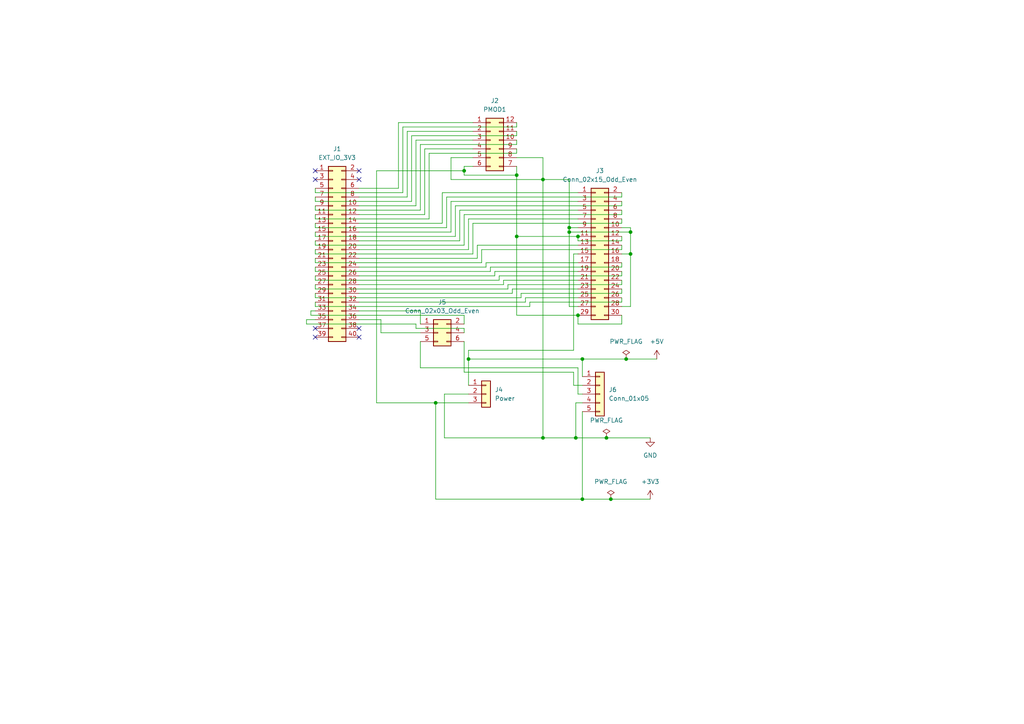
<source format=kicad_sch>
(kicad_sch (version 20211123) (generator eeschema)
  (paper "A4")
  (lib_symbols
    (symbol "Connector_Generic:Conn_01x03" (pin_names (offset 1.016) hide)
      (property "Reference" "J" (at 0 5.08 0))
      (property "Value" "Conn_01x03" (at 0 -5.08 0))
      (symbol "Conn_01x03_1_1"
        (rectangle (start -1.27 -2.413) (end 0 -2.667) (stroke (width 0.1524)))
        (rectangle (start -1.27 0.127) (end 0 -0.127) (stroke (width 0.1524)))
        (rectangle (start -1.27 2.667) (end 0 2.413) (stroke (width 0.1524)))
        (rectangle (start -1.27 3.81) (end 1.27 -3.81) (stroke (width 0.254)) (fill (type background)))
        (pin passive line (at -5.08 2.54 0) (length 3.81) (name "Pin_1") (number "1") (alternate "" input line) (alternate "" input line))
        (pin passive line (at -5.08 0 0) (length 3.81) (name "Pin_2") (number "2"))
        (pin passive line (at -5.08 -2.54 0) (length 3.81) (name "Pin_3") (number "3"))
      )
    )
    (symbol "Connector_Generic:Conn_01x05" (pin_names (offset 1.016) hide)
      (property "Reference" "J" (at 0 7.62 0))
      (property "Value" "Conn_01x05" (at 0 -7.62 0))
      (symbol "Conn_01x05_1_1"
        (rectangle (start -1.27 -4.953) (end 0 -5.207) (stroke (width 0.1524)))
        (rectangle (start -1.27 -2.413) (end 0 -2.667) (stroke (width 0.1524)))
        (rectangle (start -1.27 0.127) (end 0 -0.127) (stroke (width 0.1524)))
        (rectangle (start -1.27 2.667) (end 0 2.413) (stroke (width 0.1524)))
        (rectangle (start -1.27 5.207) (end 0 4.953) (stroke (width 0.1524)))
        (rectangle (start -1.27 6.35) (end 1.27 -6.35) (stroke (width 0.254)) (fill (type background)))
        (pin passive line (at -5.08 5.08 0) (length 3.81) (name "Pin_1") (number "1"))
        (pin passive line (at -5.08 2.54 0) (length 3.81) (name "Pin_2") (number "2"))
        (pin passive line (at -5.08 0 0) (length 3.81) (name "Pin_3") (number "3"))
        (pin passive line (at -5.08 -2.54 0) (length 3.81) (name "Pin_4") (number "4"))
        (pin passive line (at -5.08 -5.08 0) (length 3.81) (name "Pin_5") (number "5"))
      )
    )
    (symbol "Connector_Generic:Conn_02x03_Odd_Even" (pin_names (offset 1.016) hide)
      (property "Reference" "J" (at 1.27 5.08 0))
      (property "Value" "Conn_02x03_Odd_Even" (at 1.27 -5.08 0))
      (symbol "Conn_02x03_Odd_Even_1_1"
        (rectangle (start -1.27 -2.413) (end 0 -2.667) (stroke (width 0.1524)))
        (rectangle (start -1.27 0.127) (end 0 -0.127) (stroke (width 0.1524)))
        (rectangle (start -1.27 2.667) (end 0 2.413) (stroke (width 0.1524)))
        (rectangle (start -1.27 3.81) (end 3.81 -3.81) (stroke (width 0.254)) (fill (type background)))
        (rectangle (start 3.81 -2.413) (end 2.54 -2.667) (stroke (width 0.1524)))
        (rectangle (start 3.81 0.127) (end 2.54 -0.127) (stroke (width 0.1524)))
        (rectangle (start 3.81 2.667) (end 2.54 2.413) (stroke (width 0.1524)))
        (pin passive line (at -5.08 2.54 0) (length 3.81) (name "Pin_1") (number "1"))
        (pin passive line (at 7.62 2.54 180) (length 3.81) (name "Pin_2") (number "2"))
        (pin passive line (at -5.08 0 0) (length 3.81) (name "Pin_3") (number "3"))
        (pin passive line (at 7.62 0 180) (length 3.81) (name "Pin_4") (number "4"))
        (pin passive line (at -5.08 -2.54 0) (length 3.81) (name "Pin_5") (number "5"))
        (pin passive line (at 7.62 -2.54 180) (length 3.81) (name "Pin_6") (number "6"))
      )
    )
    (symbol "Connector_Generic:Conn_02x06_Counter_Clockwise" (pin_names (offset 1.016) hide)
      (property "Reference" "J" (at 1.27 7.62 0))
      (property "Value" "Conn_02x06_Counter_Clockwise" (at 1.27 -10.16 0))
      (symbol "Conn_02x06_Counter_Clockwise_1_1"
        (rectangle (start -1.27 -7.493) (end 0 -7.747) (stroke (width 0.1524)))
        (rectangle (start -1.27 -4.953) (end 0 -5.207) (stroke (width 0.1524)))
        (rectangle (start -1.27 -2.413) (end 0 -2.667) (stroke (width 0.1524)))
        (rectangle (start -1.27 0.127) (end 0 -0.127) (stroke (width 0.1524)))
        (rectangle (start -1.27 2.667) (end 0 2.413) (stroke (width 0.1524)))
        (rectangle (start -1.27 5.207) (end 0 4.953) (stroke (width 0.1524)))
        (rectangle (start -1.27 6.35) (end 3.81 -8.89) (stroke (width 0.254)) (fill (type background)))
        (rectangle (start 3.81 -7.493) (end 2.54 -7.747) (stroke (width 0.1524)))
        (rectangle (start 3.81 -4.953) (end 2.54 -5.207) (stroke (width 0.1524)))
        (rectangle (start 3.81 -2.413) (end 2.54 -2.667) (stroke (width 0.1524)))
        (rectangle (start 3.81 0.127) (end 2.54 -0.127) (stroke (width 0.1524)))
        (rectangle (start 3.81 2.667) (end 2.54 2.413) (stroke (width 0.1524)))
        (rectangle (start 3.81 5.207) (end 2.54 4.953) (stroke (width 0.1524)))
        (pin passive line (at -5.08 5.08 0) (length 3.81) (name "Pin_1") (number "1"))
        (pin passive line (at 7.62 0 180) (length 3.81) (name "Pin_10") (number "10"))
        (pin passive line (at 7.62 2.54 180) (length 3.81) (name "Pin_11") (number "11"))
        (pin passive line (at 7.62 5.08 180) (length 3.81) (name "Pin_12") (number "12"))
        (pin passive line (at -5.08 2.54 0) (length 3.81) (name "Pin_2") (number "2"))
        (pin passive line (at -5.08 0 0) (length 3.81) (name "Pin_3") (number "3"))
        (pin passive line (at -5.08 -2.54 0) (length 3.81) (name "Pin_4") (number "4"))
        (pin passive line (at -5.08 -5.08 0) (length 3.81) (name "Pin_5") (number "5"))
        (pin passive line (at -5.08 -7.62 0) (length 3.81) (name "Pin_6") (number "6"))
        (pin passive line (at 7.62 -7.62 180) (length 3.81) (name "Pin_7") (number "7"))
        (pin passive line (at 7.62 -5.08 180) (length 3.81) (name "Pin_8") (number "8"))
        (pin passive line (at 7.62 -2.54 180) (length 3.81) (name "Pin_9") (number "9"))
      )
    )
    (symbol "Connector_Generic:Conn_02x15_Odd_Even" (pin_names (offset 1.016) hide)
      (property "Reference" "J" (at 1.27 20.32 0))
      (property "Value" "Conn_02x15_Odd_Even" (at 1.27 -20.32 0))
      (symbol "Conn_02x15_Odd_Even_1_1"
        (rectangle (start -1.27 -17.653) (end 0 -17.907) (stroke (width 0.1524)))
        (rectangle (start -1.27 -15.113) (end 0 -15.367) (stroke (width 0.1524)))
        (rectangle (start -1.27 -12.573) (end 0 -12.827) (stroke (width 0.1524)))
        (rectangle (start -1.27 -10.033) (end 0 -10.287) (stroke (width 0.1524)))
        (rectangle (start -1.27 -7.493) (end 0 -7.747) (stroke (width 0.1524)))
        (rectangle (start -1.27 -4.953) (end 0 -5.207) (stroke (width 0.1524)))
        (rectangle (start -1.27 -2.413) (end 0 -2.667) (stroke (width 0.1524)))
        (rectangle (start -1.27 0.127) (end 0 -0.127) (stroke (width 0.1524)))
        (rectangle (start -1.27 2.667) (end 0 2.413) (stroke (width 0.1524)))
        (rectangle (start -1.27 5.207) (end 0 4.953) (stroke (width 0.1524)))
        (rectangle (start -1.27 7.747) (end 0 7.493) (stroke (width 0.1524)))
        (rectangle (start -1.27 10.287) (end 0 10.033) (stroke (width 0.1524)))
        (rectangle (start -1.27 12.827) (end 0 12.573) (stroke (width 0.1524)))
        (rectangle (start -1.27 15.367) (end 0 15.113) (stroke (width 0.1524)))
        (rectangle (start -1.27 17.907) (end 0 17.653) (stroke (width 0.1524)))
        (rectangle (start -1.27 19.05) (end 3.81 -19.05) (stroke (width 0.254)) (fill (type background)))
        (rectangle (start 3.81 -17.653) (end 2.54 -17.907) (stroke (width 0.1524)))
        (rectangle (start 3.81 -15.113) (end 2.54 -15.367) (stroke (width 0.1524)))
        (rectangle (start 3.81 -12.573) (end 2.54 -12.827) (stroke (width 0.1524)))
        (rectangle (start 3.81 -10.033) (end 2.54 -10.287) (stroke (width 0.1524)))
        (rectangle (start 3.81 -7.493) (end 2.54 -7.747) (stroke (width 0.1524)))
        (rectangle (start 3.81 -4.953) (end 2.54 -5.207) (stroke (width 0.1524)))
        (rectangle (start 3.81 -2.413) (end 2.54 -2.667) (stroke (width 0.1524)))
        (rectangle (start 3.81 0.127) (end 2.54 -0.127) (stroke (width 0.1524)))
        (rectangle (start 3.81 2.667) (end 2.54 2.413) (stroke (width 0.1524)))
        (rectangle (start 3.81 5.207) (end 2.54 4.953) (stroke (width 0.1524)))
        (rectangle (start 3.81 7.747) (end 2.54 7.493) (stroke (width 0.1524)))
        (rectangle (start 3.81 10.287) (end 2.54 10.033) (stroke (width 0.1524)))
        (rectangle (start 3.81 12.827) (end 2.54 12.573) (stroke (width 0.1524)))
        (rectangle (start 3.81 15.367) (end 2.54 15.113) (stroke (width 0.1524)))
        (rectangle (start 3.81 17.907) (end 2.54 17.653) (stroke (width 0.1524)))
        (pin passive line (at -5.08 17.78 0) (length 3.81) (name "Pin_1") (number "1"))
        (pin passive line (at 7.62 7.62 180) (length 3.81) (name "Pin_10") (number "10"))
        (pin passive line (at -5.08 5.08 0) (length 3.81) (name "Pin_11") (number "11"))
        (pin passive line (at 7.62 5.08 180) (length 3.81) (name "Pin_12") (number "12"))
        (pin passive line (at -5.08 2.54 0) (length 3.81) (name "Pin_13") (number "13"))
        (pin passive line (at 7.62 2.54 180) (length 3.81) (name "Pin_14") (number "14"))
        (pin passive line (at -5.08 0 0) (length 3.81) (name "Pin_15") (number "15"))
        (pin passive line (at 7.62 0 180) (length 3.81) (name "Pin_16") (number "16"))
        (pin passive line (at -5.08 -2.54 0) (length 3.81) (name "Pin_17") (number "17"))
        (pin passive line (at 7.62 -2.54 180) (length 3.81) (name "Pin_18") (number "18"))
        (pin passive line (at -5.08 -5.08 0) (length 3.81) (name "Pin_19") (number "19"))
        (pin passive line (at 7.62 17.78 180) (length 3.81) (name "Pin_2") (number "2"))
        (pin passive line (at 7.62 -5.08 180) (length 3.81) (name "Pin_20") (number "20"))
        (pin passive line (at -5.08 -7.62 0) (length 3.81) (name "Pin_21") (number "21"))
        (pin passive line (at 7.62 -7.62 180) (length 3.81) (name "Pin_22") (number "22"))
        (pin passive line (at -5.08 -10.16 0) (length 3.81) (name "Pin_23") (number "23"))
        (pin passive line (at 7.62 -10.16 180) (length 3.81) (name "Pin_24") (number "24"))
        (pin passive line (at -5.08 -12.7 0) (length 3.81) (name "Pin_25") (number "25"))
        (pin passive line (at 7.62 -12.7 180) (length 3.81) (name "Pin_26") (number "26"))
        (pin passive line (at -5.08 -15.24 0) (length 3.81) (name "Pin_27") (number "27"))
        (pin passive line (at 7.62 -15.24 180) (length 3.81) (name "Pin_28") (number "28"))
        (pin passive line (at -5.08 -17.78 0) (length 3.81) (name "Pin_29") (number "29"))
        (pin passive line (at -5.08 15.24 0) (length 3.81) (name "Pin_3") (number "3"))
        (pin passive line (at 7.62 -17.78 180) (length 3.81) (name "Pin_30") (number "30"))
        (pin passive line (at 7.62 15.24 180) (length 3.81) (name "Pin_4") (number "4"))
        (pin passive line (at -5.08 12.7 0) (length 3.81) (name "Pin_5") (number "5"))
        (pin passive line (at 7.62 12.7 180) (length 3.81) (name "Pin_6") (number "6"))
        (pin passive line (at -5.08 10.16 0) (length 3.81) (name "Pin_7") (number "7"))
        (pin passive line (at 7.62 10.16 180) (length 3.81) (name "Pin_8") (number "8"))
        (pin passive line (at -5.08 7.62 0) (length 3.81) (name "Pin_9") (number "9"))
      )
    )
    (symbol "Connector_Generic:Conn_02x20_Odd_Even" (pin_names (offset 1.016) hide)
      (property "Reference" "J" (at 1.27 25.4 0))
      (property "Value" "Conn_02x20_Odd_Even" (at 1.27 -27.94 0))
      (symbol "Conn_02x20_Odd_Even_1_1"
        (rectangle (start -1.27 -25.273) (end 0 -25.527) (stroke (width 0.1524)))
        (rectangle (start -1.27 -22.733) (end 0 -22.987) (stroke (width 0.1524)))
        (rectangle (start -1.27 -20.193) (end 0 -20.447) (stroke (width 0.1524)))
        (rectangle (start -1.27 -17.653) (end 0 -17.907) (stroke (width 0.1524)))
        (rectangle (start -1.27 -15.113) (end 0 -15.367) (stroke (width 0.1524)))
        (rectangle (start -1.27 -12.573) (end 0 -12.827) (stroke (width 0.1524)))
        (rectangle (start -1.27 -10.033) (end 0 -10.287) (stroke (width 0.1524)))
        (rectangle (start -1.27 -7.493) (end 0 -7.747) (stroke (width 0.1524)))
        (rectangle (start -1.27 -4.953) (end 0 -5.207) (stroke (width 0.1524)))
        (rectangle (start -1.27 -2.413) (end 0 -2.667) (stroke (width 0.1524)))
        (rectangle (start -1.27 0.127) (end 0 -0.127) (stroke (width 0.1524)))
        (rectangle (start -1.27 2.667) (end 0 2.413) (stroke (width 0.1524)))
        (rectangle (start -1.27 5.207) (end 0 4.953) (stroke (width 0.1524)))
        (rectangle (start -1.27 7.747) (end 0 7.493) (stroke (width 0.1524)))
        (rectangle (start -1.27 10.287) (end 0 10.033) (stroke (width 0.1524)))
        (rectangle (start -1.27 12.827) (end 0 12.573) (stroke (width 0.1524)))
        (rectangle (start -1.27 15.367) (end 0 15.113) (stroke (width 0.1524)))
        (rectangle (start -1.27 17.907) (end 0 17.653) (stroke (width 0.1524)))
        (rectangle (start -1.27 20.447) (end 0 20.193) (stroke (width 0.1524)))
        (rectangle (start -1.27 22.987) (end 0 22.733) (stroke (width 0.1524)))
        (rectangle (start -1.27 24.13) (end 3.81 -26.67) (stroke (width 0.254)) (fill (type background)))
        (rectangle (start 3.81 -25.273) (end 2.54 -25.527) (stroke (width 0.1524)))
        (rectangle (start 3.81 -22.733) (end 2.54 -22.987) (stroke (width 0.1524)))
        (rectangle (start 3.81 -20.193) (end 2.54 -20.447) (stroke (width 0.1524)))
        (rectangle (start 3.81 -17.653) (end 2.54 -17.907) (stroke (width 0.1524)))
        (rectangle (start 3.81 -15.113) (end 2.54 -15.367) (stroke (width 0.1524)))
        (rectangle (start 3.81 -12.573) (end 2.54 -12.827) (stroke (width 0.1524)))
        (rectangle (start 3.81 -10.033) (end 2.54 -10.287) (stroke (width 0.1524)))
        (rectangle (start 3.81 -7.493) (end 2.54 -7.747) (stroke (width 0.1524)))
        (rectangle (start 3.81 -4.953) (end 2.54 -5.207) (stroke (width 0.1524)))
        (rectangle (start 3.81 -2.413) (end 2.54 -2.667) (stroke (width 0.1524)))
        (rectangle (start 3.81 0.127) (end 2.54 -0.127) (stroke (width 0.1524)))
        (rectangle (start 3.81 2.667) (end 2.54 2.413) (stroke (width 0.1524)))
        (rectangle (start 3.81 5.207) (end 2.54 4.953) (stroke (width 0.1524)))
        (rectangle (start 3.81 7.747) (end 2.54 7.493) (stroke (width 0.1524)))
        (rectangle (start 3.81 10.287) (end 2.54 10.033) (stroke (width 0.1524)))
        (rectangle (start 3.81 12.827) (end 2.54 12.573) (stroke (width 0.1524)))
        (rectangle (start 3.81 15.367) (end 2.54 15.113) (stroke (width 0.1524)))
        (rectangle (start 3.81 17.907) (end 2.54 17.653) (stroke (width 0.1524)))
        (rectangle (start 3.81 20.447) (end 2.54 20.193) (stroke (width 0.1524)))
        (rectangle (start 3.81 22.987) (end 2.54 22.733) (stroke (width 0.1524)))
        (pin passive line (at -5.08 22.86 0) (length 3.81) (name "Pin_1") (number "1"))
        (pin passive line (at 7.62 12.7 180) (length 3.81) (name "Pin_10") (number "10"))
        (pin passive line (at -5.08 10.16 0) (length 3.81) (name "Pin_11") (number "11"))
        (pin passive line (at 7.62 10.16 180) (length 3.81) (name "Pin_12") (number "12"))
        (pin passive line (at -5.08 7.62 0) (length 3.81) (name "Pin_13") (number "13"))
        (pin passive line (at 7.62 7.62 180) (length 3.81) (name "Pin_14") (number "14"))
        (pin passive line (at -5.08 5.08 0) (length 3.81) (name "Pin_15") (number "15"))
        (pin passive line (at 7.62 5.08 180) (length 3.81) (name "Pin_16") (number "16"))
        (pin passive line (at -5.08 2.54 0) (length 3.81) (name "Pin_17") (number "17"))
        (pin passive line (at 7.62 2.54 180) (length 3.81) (name "Pin_18") (number "18"))
        (pin passive line (at -5.08 0 0) (length 3.81) (name "Pin_19") (number "19"))
        (pin passive line (at 7.62 22.86 180) (length 3.81) (name "Pin_2") (number "2"))
        (pin passive line (at 7.62 0 180) (length 3.81) (name "Pin_20") (number "20"))
        (pin passive line (at -5.08 -2.54 0) (length 3.81) (name "Pin_21") (number "21"))
        (pin passive line (at 7.62 -2.54 180) (length 3.81) (name "Pin_22") (number "22"))
        (pin passive line (at -5.08 -5.08 0) (length 3.81) (name "Pin_23") (number "23"))
        (pin passive line (at 7.62 -5.08 180) (length 3.81) (name "Pin_24") (number "24"))
        (pin passive line (at -5.08 -7.62 0) (length 3.81) (name "Pin_25") (number "25"))
        (pin passive line (at 7.62 -7.62 180) (length 3.81) (name "Pin_26") (number "26"))
        (pin passive line (at -5.08 -10.16 0) (length 3.81) (name "Pin_27") (number "27"))
        (pin passive line (at 7.62 -10.16 180) (length 3.81) (name "Pin_28") (number "28"))
        (pin passive line (at -5.08 -12.7 0) (length 3.81) (name "Pin_29") (number "29"))
        (pin passive line (at -5.08 20.32 0) (length 3.81) (name "Pin_3") (number "3"))
        (pin passive line (at 7.62 -12.7 180) (length 3.81) (name "Pin_30") (number "30"))
        (pin passive line (at -5.08 -15.24 0) (length 3.81) (name "Pin_31") (number "31"))
        (pin passive line (at 7.62 -15.24 180) (length 3.81) (name "Pin_32") (number "32"))
        (pin passive line (at -5.08 -17.78 0) (length 3.81) (name "Pin_33") (number "33"))
        (pin passive line (at 7.62 -17.78 180) (length 3.81) (name "Pin_34") (number "34"))
        (pin passive line (at -5.08 -20.32 0) (length 3.81) (name "Pin_35") (number "35"))
        (pin passive line (at 7.62 -20.32 180) (length 3.81) (name "Pin_36") (number "36"))
        (pin passive line (at -5.08 -22.86 0) (length 3.81) (name "Pin_37") (number "37"))
        (pin passive line (at 7.62 -22.86 180) (length 3.81) (name "Pin_38") (number "38"))
        (pin passive line (at -5.08 -25.4 0) (length 3.81) (name "Pin_39") (number "39"))
        (pin passive line (at 7.62 20.32 180) (length 3.81) (name "Pin_4") (number "4"))
        (pin passive line (at 7.62 -25.4 180) (length 3.81) (name "Pin_40") (number "40"))
        (pin passive line (at -5.08 17.78 0) (length 3.81) (name "Pin_5") (number "5"))
        (pin passive line (at 7.62 17.78 180) (length 3.81) (name "Pin_6") (number "6"))
        (pin passive line (at -5.08 15.24 0) (length 3.81) (name "Pin_7") (number "7"))
        (pin passive line (at 7.62 15.24 180) (length 3.81) (name "Pin_8") (number "8"))
        (pin passive line (at -5.08 12.7 0) (length 3.81) (name "Pin_9") (number "9"))
      )
    )
    (symbol "power:+3.3V" (power) (pin_names (offset 0))
      (property "Value" "+3.3V" (at 0 3.556 0))
      (symbol "+3.3V_0_1"
        (polyline (pts (xy -0.762 1.27) (xy 0 2.54)))
        (polyline (pts (xy 0 0) (xy 0 2.54)))
        (polyline (pts (xy 0 2.54) (xy 0.762 1.27)))
      )
      (symbol "+3.3V_1_1"
        (pin power_in line (at 0 0 90) (length 0) hide (name "+3V3") (number "1"))
      )
    )
    (symbol "power:+5V" (power) (pin_names (offset 0))
      (property "Value" "+5V" (at 0 3.556 0))
      (symbol "+5V_0_1"
        (polyline (pts (xy -0.762 1.27) (xy 0 2.54)))
        (polyline (pts (xy 0 0) (xy 0 2.54)))
        (polyline (pts (xy 0 2.54) (xy 0.762 1.27)))
      )
      (symbol "+5V_1_1"
        (pin power_in line (at 0 0 90) (length 0) hide (name "+5V") (number "1"))
      )
    )
    (symbol "power:GND" (power) (pin_names (offset 0))
      (property "Value" "GND" (at 0 -3.81 0))
      (symbol "GND_0_1"
        (polyline (pts (xy 0 0) (xy 0 -1.27) (xy 1.27 -1.27) (xy 0 -2.54) (xy -1.27 -1.27) (xy 0 -1.27)))
      )
      (symbol "GND_1_1"
        (pin power_in line (at 0 0 270) (length 0) hide (name "GND") (number "1"))
      )
    )
    (symbol "power:PWR_FLAG" (power) (pin_numbers hide) (pin_names (offset 0) hide)
      (property "Value" "PWR_FLAG" (at 0 3.81 0))
      (symbol "PWR_FLAG_0_0"
        (pin power_out line (at 0 0 90) (length 0) (name "pwr") (number "1"))
      )
      (symbol "PWR_FLAG_0_1"
        (polyline (pts (xy 0 0) (xy 0 1.27) (xy -1.016 1.905) (xy 0 2.54) (xy 1.016 1.905) (xy 0 1.27)))
      )
    )
  )
  (junction (at 157.48 52.07))
  (junction (at 157.48 127))
  (junction (at 182.88 67.31))
  (junction (at 149.86 68.58))
  (junction (at 167.64 91.44))
  (junction (at 177.165 144.78))
  (junction (at 167.005 127))
  (junction (at 168.91 104.14))
  (junction (at 126.365 116.84))
  (junction (at 167.64 68.58))
  (junction (at 182.88 73.66))
  (junction (at 175.895 127))
  (junction (at 135.89 104.14))
  (junction (at 168.91 144.78))
  (junction (at 165.1 67.31))
  (junction (at 134.62 49.53))
  (junction (at 181.61 104.14))
  (junction (at 149.86 50.8))
  (junction (at 165.1 66.04))
  (no_connect (at 91.44 95.25))
  (no_connect (at 91.44 97.79))
  (no_connect (at 104.14 49.53))
  (no_connect (at 91.44 49.53))
  (no_connect (at 104.14 52.07))
  (no_connect (at 104.14 97.79))
  (no_connect (at 104.14 95.25))
  (no_connect (at 91.44 52.07))
  (wire (pts (xy 91.44 54.61) (xy 91.44 55.88)))
  (wire (pts (xy 123.19 43.18) (xy 137.16 43.18)))
  (wire (pts (xy 118.11 38.1) (xy 137.16 38.1)))
  (wire (pts (xy 104.14 67.31) (xy 130.81 67.31)))
  (wire (pts (xy 124.46 44.45) (xy 124.46 63.5)))
  (wire (pts (xy 140.97 76.2) (xy 167.64 76.2)))
  (wire (pts (xy 140.97 77.47) (xy 140.97 76.2)))
  (wire (pts (xy 152.4 87.63) (xy 152.4 86.36)))
  (wire (pts (xy 91.44 57.15) (xy 91.44 58.42)))
  (wire (pts (xy 182.88 67.31) (xy 182.88 73.66)))
  (wire (pts (xy 134.62 62.23) (xy 134.62 71.12)))
  (wire (pts (xy 119.38 39.37) (xy 119.38 58.42)))
  (wire (pts (xy 142.24 78.74) (xy 142.24 77.47)))
  (wire (pts (xy 149.86 36.83) (xy 149.86 35.56)))
  (wire (pts (xy 167.64 73.66) (xy 166.37 73.66)))
  (wire (pts (xy 165.1 67.31) (xy 165.1 88.9)))
  (wire (pts (xy 91.44 63.5) (xy 124.46 63.5)))
  (wire (pts (xy 128.905 127) (xy 157.48 127)))
  (wire (pts (xy 181.61 104.14) (xy 190.5 104.14)))
  (wire (pts (xy 157.48 45.72) (xy 157.48 52.07)))
  (wire (pts (xy 167.64 93.98) (xy 180.34 93.98)))
  (wire (pts (xy 144.78 81.28) (xy 144.78 80.01)))
  (wire (pts (xy 180.34 58.42) (xy 180.34 59.69)))
  (wire (pts (xy 166.37 111.76) (xy 168.91 111.76)))
  (wire (pts (xy 91.44 83.82) (xy 147.32 83.82)))
  (wire (pts (xy 181.61 104.14) (xy 168.91 104.14)))
  (wire (pts (xy 91.44 67.31) (xy 91.44 68.58)))
  (wire (pts (xy 116.84 36.83) (xy 116.84 55.88)))
  (wire (pts (xy 165.1 88.9) (xy 167.64 88.9)))
  (wire (pts (xy 149.86 38.1) (xy 149.86 39.37)))
  (wire (pts (xy 91.44 72.39) (xy 91.44 73.66)))
  (wire (pts (xy 180.34 80.01) (xy 180.34 78.74)))
  (wire (pts (xy 149.86 50.8) (xy 149.86 68.58)))
  (wire (pts (xy 135.89 104.14) (xy 168.91 104.14)))
  (wire (pts (xy 152.4 86.36) (xy 167.64 86.36)))
  (wire (pts (xy 153.67 87.63) (xy 180.34 87.63)))
  (wire (pts (xy 135.89 63.5) (xy 167.64 63.5)))
  (wire (pts (xy 134.62 99.06) (xy 134.62 107.95)))
  (wire (pts (xy 165.1 52.07) (xy 165.1 66.04)))
  (wire (pts (xy 134.62 49.53) (xy 134.62 48.26)))
  (wire (pts (xy 104.14 80.01) (xy 143.51 80.01)))
  (wire (pts (xy 130.81 52.07) (xy 130.81 45.72)))
  (wire (pts (xy 180.34 73.66) (xy 182.88 73.66)))
  (wire (pts (xy 104.14 90.17) (xy 121.92 90.17)))
  (wire (pts (xy 129.54 57.15) (xy 180.34 57.15)))
  (wire (pts (xy 180.34 82.55) (xy 180.34 81.28)))
  (wire (pts (xy 149.86 68.58) (xy 167.64 68.58)))
  (wire (pts (xy 149.86 45.72) (xy 157.48 45.72)))
  (wire (pts (xy 120.65 93.98) (xy 120.65 95.25)))
  (wire (pts (xy 134.62 50.8) (xy 149.86 50.8)))
  (wire (pts (xy 128.905 114.3) (xy 128.905 127)))
  (wire (pts (xy 180.34 64.77) (xy 180.34 63.5)))
  (wire (pts (xy 149.86 91.44) (xy 167.64 91.44)))
  (wire (pts (xy 167.005 127) (xy 167.005 116.84)))
  (wire (pts (xy 165.1 67.31) (xy 182.88 67.31)))
  (wire (pts (xy 91.44 87.63) (xy 91.44 88.9)))
  (wire (pts (xy 91.44 85.09) (xy 91.44 86.36)))
  (wire (pts (xy 153.67 88.9) (xy 153.67 87.63)))
  (wire (pts (xy 147.32 82.55) (xy 180.34 82.55)))
  (wire (pts (xy 109.22 116.84) (xy 126.365 116.84)))
  (wire (pts (xy 123.19 43.18) (xy 123.19 62.23)))
  (wire (pts (xy 138.43 71.12) (xy 138.43 74.93)))
  (wire (pts (xy 149.86 68.58) (xy 149.86 91.44)))
  (wire (pts (xy 168.91 144.78) (xy 126.365 144.78)))
  (wire (pts (xy 91.44 78.74) (xy 142.24 78.74)))
  (wire (pts (xy 126.365 116.84) (xy 126.365 144.78)))
  (wire (pts (xy 180.34 69.85) (xy 180.34 68.58)))
  (wire (pts (xy 120.65 40.64) (xy 120.65 59.69)))
  (wire (pts (xy 121.92 99.06) (xy 121.92 106.68)))
  (wire (pts (xy 91.44 76.2) (xy 139.7 76.2)))
  (wire (pts (xy 133.35 60.96) (xy 167.64 60.96)))
  (wire (pts (xy 121.92 41.91) (xy 121.92 60.96)))
  (wire (pts (xy 120.65 59.69) (xy 104.14 59.69)))
  (wire (pts (xy 116.84 36.83) (xy 149.86 36.83)))
  (wire (pts (xy 139.7 72.39) (xy 180.34 72.39)))
  (wire (pts (xy 104.14 69.85) (xy 133.35 69.85)))
  (wire (pts (xy 91.44 77.47) (xy 91.44 78.74)))
  (wire (pts (xy 180.34 60.96) (xy 180.34 62.23)))
  (wire (pts (xy 91.44 62.23) (xy 91.44 63.5)))
  (wire (pts (xy 121.92 41.91) (xy 149.86 41.91)))
  (wire (pts (xy 168.91 104.14) (xy 168.91 109.22)))
  (wire (pts (xy 177.165 144.78) (xy 188.595 144.78)))
  (wire (pts (xy 91.44 81.28) (xy 144.78 81.28)))
  (wire (pts (xy 128.27 64.77) (xy 104.14 64.77)))
  (wire (pts (xy 91.44 66.04) (xy 129.54 66.04)))
  (wire (pts (xy 177.165 144.78) (xy 168.91 144.78)))
  (wire (pts (xy 135.89 114.3) (xy 128.905 114.3)))
  (wire (pts (xy 115.57 35.56) (xy 115.57 54.61)))
  (wire (pts (xy 104.14 74.93) (xy 138.43 74.93)))
  (wire (pts (xy 180.34 88.9) (xy 182.88 88.9)))
  (wire (pts (xy 151.13 85.09) (xy 180.34 85.09)))
  (wire (pts (xy 166.37 73.66) (xy 166.37 101.6)))
  (wire (pts (xy 157.48 52.07) (xy 157.48 127)))
  (wire (pts (xy 91.44 60.96) (xy 121.92 60.96)))
  (wire (pts (xy 180.34 91.44) (xy 180.34 93.98)))
  (wire (pts (xy 167.64 114.3) (xy 168.91 114.3)))
  (wire (pts (xy 134.62 62.23) (xy 180.34 62.23)))
  (wire (pts (xy 149.86 48.26) (xy 149.86 50.8)))
  (wire (pts (xy 88.9 92.71) (xy 88.9 93.98)))
  (wire (pts (xy 91.44 92.71) (xy 88.9 92.71)))
  (wire (pts (xy 137.16 64.77) (xy 180.34 64.77)))
  (wire (pts (xy 142.24 77.47) (xy 180.34 77.47)))
  (wire (pts (xy 175.895 127) (xy 167.005 127)))
  (wire (pts (xy 104.14 82.55) (xy 146.05 82.55)))
  (wire (pts (xy 157.48 52.07) (xy 165.1 52.07)))
  (wire (pts (xy 110.49 92.71) (xy 110.49 96.52)))
  (wire (pts (xy 182.88 73.66) (xy 182.88 88.9)))
  (wire (pts (xy 180.34 83.82) (xy 180.34 85.09)))
  (wire (pts (xy 91.44 74.93) (xy 91.44 76.2)))
  (wire (pts (xy 167.005 116.84) (xy 168.91 116.84)))
  (wire (pts (xy 144.78 80.01) (xy 180.34 80.01)))
  (wire (pts (xy 115.57 35.56) (xy 137.16 35.56)))
  (wire (pts (xy 180.34 55.88) (xy 180.34 57.15)))
  (wire (pts (xy 130.81 45.72) (xy 137.16 45.72)))
  (wire (pts (xy 147.32 83.82) (xy 147.32 82.55)))
  (wire (pts (xy 130.81 58.42) (xy 130.81 67.31)))
  (wire (pts (xy 132.08 59.69) (xy 180.34 59.69)))
  (wire (pts (xy 180.34 66.04) (xy 182.88 66.04)))
  (wire (pts (xy 128.27 55.88) (xy 128.27 64.77)))
  (wire (pts (xy 128.27 55.88) (xy 167.64 55.88)))
  (wire (pts (xy 91.44 55.88) (xy 116.84 55.88)))
  (wire (pts (xy 104.14 62.23) (xy 123.19 62.23)))
  (wire (pts (xy 119.38 39.37) (xy 149.86 39.37)))
  (wire (pts (xy 166.37 107.95) (xy 166.37 111.76)))
  (wire (pts (xy 130.81 58.42) (xy 167.64 58.42)))
  (wire (pts (xy 134.62 107.95) (xy 166.37 107.95)))
  (wire (pts (xy 130.81 52.07) (xy 157.48 52.07)))
  (wire (pts (xy 134.62 49.53) (xy 134.62 50.8)))
  (wire (pts (xy 133.35 60.96) (xy 133.35 69.85)))
  (wire (pts (xy 91.44 64.77) (xy 91.44 66.04)))
  (wire (pts (xy 91.44 73.66) (xy 137.16 73.66)))
  (wire (pts (xy 167.64 68.58) (xy 167.64 69.85)))
  (wire (pts (xy 91.44 90.17) (xy 90.17 90.17)))
  (wire (pts (xy 115.57 54.61) (xy 104.14 54.61)))
  (wire (pts (xy 91.44 68.58) (xy 132.08 68.58)))
  (wire (pts (xy 157.48 127) (xy 167.005 127)))
  (wire (pts (xy 135.89 63.5) (xy 135.89 72.39)))
  (wire (pts (xy 90.17 90.17) (xy 90.17 91.44)))
  (wire (pts (xy 149.86 43.18) (xy 149.86 44.45)))
  (wire (pts (xy 167.64 69.85) (xy 180.34 69.85)))
  (wire (pts (xy 135.89 104.14) (xy 135.89 111.76)))
  (wire (pts (xy 90.17 91.44) (xy 134.62 91.44)))
  (wire (pts (xy 91.44 88.9) (xy 153.67 88.9)))
  (wire (pts (xy 91.44 80.01) (xy 91.44 81.28)))
  (wire (pts (xy 88.9 93.98) (xy 120.65 93.98)))
  (wire (pts (xy 91.44 58.42) (xy 119.38 58.42)))
  (wire (pts (xy 121.92 90.17) (xy 121.92 93.98)))
  (wire (pts (xy 139.7 76.2) (xy 139.7 72.39)))
  (wire (pts (xy 135.89 101.6) (xy 135.89 104.14)))
  (wire (pts (xy 91.44 86.36) (xy 151.13 86.36)))
  (wire (pts (xy 110.49 96.52) (xy 121.92 96.52)))
  (wire (pts (xy 180.34 77.47) (xy 180.34 76.2)))
  (wire (pts (xy 91.44 71.12) (xy 134.62 71.12)))
  (wire (pts (xy 165.1 66.04) (xy 167.64 66.04)))
  (wire (pts (xy 134.62 95.25) (xy 134.62 96.52)))
  (wire (pts (xy 166.37 101.6) (xy 135.89 101.6)))
  (wire (pts (xy 165.1 66.04) (xy 165.1 67.31)))
  (wire (pts (xy 148.59 85.09) (xy 148.59 83.82)))
  (wire (pts (xy 118.11 38.1) (xy 118.11 57.15)))
  (wire (pts (xy 151.13 86.36) (xy 151.13 85.09)))
  (wire (pts (xy 104.14 87.63) (xy 152.4 87.63)))
  (wire (pts (xy 109.22 49.53) (xy 109.22 116.84)))
  (wire (pts (xy 91.44 82.55) (xy 91.44 83.82)))
  (wire (pts (xy 168.91 119.38) (xy 168.91 144.78)))
  (wire (pts (xy 109.22 49.53) (xy 134.62 49.53)))
  (wire (pts (xy 124.46 44.45) (xy 149.86 44.45)))
  (wire (pts (xy 134.62 91.44) (xy 134.62 93.98)))
  (wire (pts (xy 135.89 72.39) (xy 104.14 72.39)))
  (wire (pts (xy 121.92 106.68) (xy 167.64 106.68)))
  (wire (pts (xy 175.895 127) (xy 188.595 127)))
  (wire (pts (xy 180.34 87.63) (xy 180.34 86.36)))
  (wire (pts (xy 149.86 41.91) (xy 149.86 40.64)))
  (wire (pts (xy 146.05 82.55) (xy 146.05 81.28)))
  (wire (pts (xy 91.44 59.69) (xy 91.44 60.96)))
  (wire (pts (xy 129.54 57.15) (xy 129.54 66.04)))
  (wire (pts (xy 126.365 116.84) (xy 135.89 116.84)))
  (wire (pts (xy 167.64 106.68) (xy 167.64 114.3)))
  (wire (pts (xy 182.88 67.31) (xy 182.88 66.04)))
  (wire (pts (xy 148.59 83.82) (xy 167.64 83.82)))
  (wire (pts (xy 104.14 92.71) (xy 110.49 92.71)))
  (wire (pts (xy 143.51 80.01) (xy 143.51 78.74)))
  (wire (pts (xy 104.14 57.15) (xy 118.11 57.15)))
  (wire (pts (xy 104.14 77.47) (xy 140.97 77.47)))
  (wire (pts (xy 137.16 64.77) (xy 137.16 73.66)))
  (wire (pts (xy 132.08 59.69) (xy 132.08 68.58)))
  (wire (pts (xy 120.65 95.25) (xy 134.62 95.25)))
  (wire (pts (xy 120.65 40.64) (xy 137.16 40.64)))
  (wire (pts (xy 146.05 81.28) (xy 167.64 81.28)))
  (wire (pts (xy 91.44 69.85) (xy 91.44 71.12)))
  (wire (pts (xy 138.43 71.12) (xy 167.64 71.12)))
  (wire (pts (xy 104.14 85.09) (xy 148.59 85.09)))
  (wire (pts (xy 143.51 78.74) (xy 167.64 78.74)))
  (wire (pts (xy 134.62 48.26) (xy 137.16 48.26)))
  (wire (pts (xy 180.34 72.39) (xy 180.34 71.12)))
  (wire (pts (xy 167.64 91.44) (xy 167.64 93.98)))
  (symbol (lib_id "Connector_Generic:Conn_02x20_Odd_Even") (at 96.52 72.39 0) (unit 1)
    (property "Reference" "J1" (at 97.79 43.18 0))
    (property "Value" "EXT_IO_3V3" (at 97.79 45.72 0))
    (property "Footprint" "Connector_PinHeader_2.54mm:PinHeader_2x20_P2.54mm_Vertical" (effects hide))
  )
  (symbol (lib_id "Connector_Generic:Conn_01x03") (at 140.97 114.3 0) (unit 1)
    (property "Reference" "J4" (at 143.51 113.0299 0) (effects (justify left)))
    (property "Value" "Power" (at 143.51 115.5699 0) (effects (justify left)))
    (property "Footprint" "Connector_PinHeader_2.54mm:PinHeader_1x03_P2.54mm_Vertical" (effects hide))
    (pin "1" (alternate "5V"))
  )
  (symbol (lib_id "power:PWR_FLAG") (at 175.895 127 0) (unit 1)
    (property "Reference" "#FLG01" (effects hide))
    (property "Value" "PWR_FLAG" (at 175.895 121.92 0))
  )
  (symbol (lib_id "power:PWR_FLAG") (at 181.61 104.14 0) (unit 1)
    (property "Reference" "#FLG03" (effects hide))
    (property "Value" "PWR_FLAG" (at 181.61 99.06 0))
  )
  (symbol (lib_id "power:+5V") (at 190.5 104.14 0) (unit 1)
    (property "Reference" "#PWR03" (effects hide))
    (property "Value" "+5V" (at 190.5 99.06 0))
  )
  (symbol (lib_id "Connector_Generic:Conn_02x03_Odd_Even") (at 127 96.52 0) (unit 1)
    (property "Reference" "J5" (at 128.27 87.63 0))
    (property "Value" "Conn_02x03_Odd_Even" (at 128.27 90.17 0))
    (property "Footprint" "Connector_PinHeader_2.54mm:PinHeader_2x03_P2.54mm_Vertical" (effects hide))
  )
  (symbol (lib_id "Connector_Generic:Conn_02x15_Odd_Even") (at 172.72 73.66 0) (unit 1)
    (property "Reference" "J3" (at 173.99 49.53 0))
    (property "Value" "Conn_02x15_Odd_Even" (at 173.99 52.07 0))
    (property "Footprint" "Connector_PinHeader_2.54mm:PinHeader_2x15_P2.54mm_Vertical" (effects hide))
  )
  (symbol (lib_id "power:PWR_FLAG") (at 177.165 144.78 0) (unit 1)
    (property "Reference" "#FLG02" (effects hide))
    (property "Value" "PWR_FLAG" (at 177.165 139.7 0))
  )
  (symbol (lib_id "power:+3.3V") (at 188.595 144.78 0) (unit 1)
    (property "Reference" "#PWR02" (effects hide))
    (property "Value" "+3.3V" (at 188.595 139.7 0))
  )
  (symbol (lib_id "Connector_Generic:Conn_02x06_Counter_Clockwise") (at 142.24 40.64 0) (unit 1)
    (property "Reference" "J2" (at 143.51 29.21 0))
    (property "Value" "PMOD1" (at 143.51 31.75 0))
    (property "Footprint" "Connector_PinHeader_2.54mm:PinHeader_2x06_P2.54mm_Vertical" (effects hide))
  )
  (symbol (lib_id "power:GND") (at 188.595 127 0) (unit 1)
    (property "Reference" "#PWR01" (effects hide))
    (property "Value" "GND" (at 188.595 132.08 0))
  )
  (symbol (lib_id "Connector_Generic:Conn_01x05") (at 173.99 114.3 0) (unit 1)
    (property "Reference" "J6" (at 176.53 113.0299 0) (effects (justify left)))
    (property "Value" "Conn_01x05" (at 176.53 115.5699 0) (effects (justify left)))
    (property "Footprint" "Connector_PinHeader_2.54mm:PinHeader_1x05_P2.54mm_Vertical" (effects hide))
  )
)
</source>
